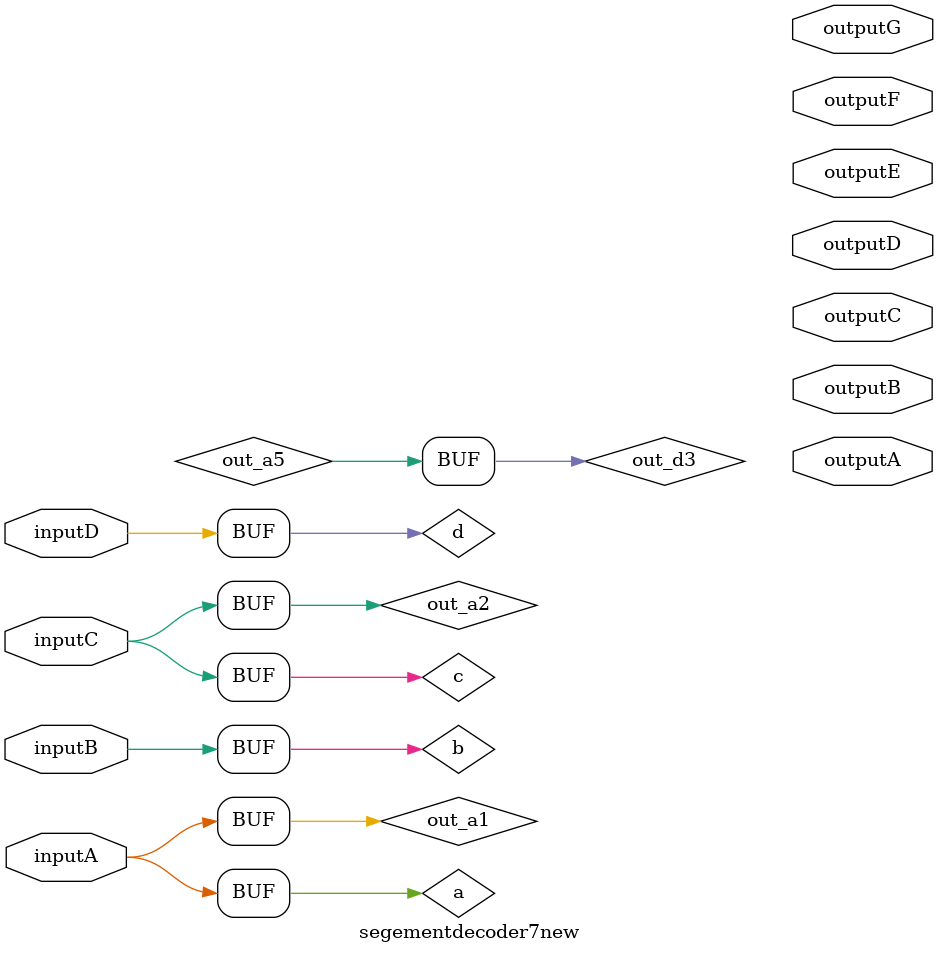
<source format=v>
module segementdecoder7new(
       inputA,
		 inputB,
		 inputC,
		 inputD,
		 outputA,
		 outputB,
		 outputC,
		 outputD,
		 outputE,
		 outputF,
		 outputG
);
input wire inputA;
input wire inputB;
input wire inputC;
input wire inputD;
output wire outputA;
output wire outputB;
output wire outputC;
output wire outputD;
output wire outputE;
output wire outputF;
output wire outputG;

wire a;
wire b;
wire c;
wire d;
wire out_a1;
wire out_a2;
wire out_a3;//a+c
wire out_a4;//b*d
wire out_a5;//~b*~d
wire out_a6;//BD+~BD
wire out_a7;//A all
wire out_b1;//~a*~b
wire out_b2;//c*d
wire out_b3;//~c*~d
wire out_b4;//~b*~c
wire out_b5;//~a~b+CD
wire out_b6;//~c~D+~b~c
wire out_b7;//B all
wire out_c1;//a+b
wire out_c2;//c+~d
wire out_c3;//c all
wire out_d1;//c*~d
wire out_d2;//~b*c
wire out_d3;//out_a5
wire out_d4;//b*~c
wire out_d5;//b*~c*d
wire out_d6;//c~d+`bc
wire out_d7;//out_d3+out_d5
wire out_d8;//d all;
assign a = inputA;
assign b = inputB;
assign c = inputC;
assign d = inputD;
assign out_a1 = a;
assign out_a2 = c;
assign out_a3 = out_a1 | out_a2;
assign out_a4 = b & d;
assign out_a5 = ~b & ~d;
assign out_a6 = out_a4 | out_a5;
assign out_a7 = out_a3 + out_a6;
assign out_b1 = ~a & ~b;
assign out_b2 = c & d;
assign out_b3 = ~c & ~d;
assign out_b4 = ~b & ~c;
assign out_b5 = out_b1 | out_b2;
assign out_b6 = out_b3 | out_b4;
assign out_b7 = out_b5 | out_b6;
assign out_c1 = a | b;
assign out_c2 = c | ~d;
assign out_c3 = out_c1 | out_c2;
assign out_d1 = c & ~d;
assign out_d2 = ~b & c;
assign out_d3 = out_a5;
assign out_d4 = b & ~c;
assign out_d5 = out_d4 & d;
assign out_d6 = out_d1 + out_d2;
assign out_d7 = out_d3 + out_d5;
assign out_d8 = out_d6 + out_d7;
endmodule
</source>
